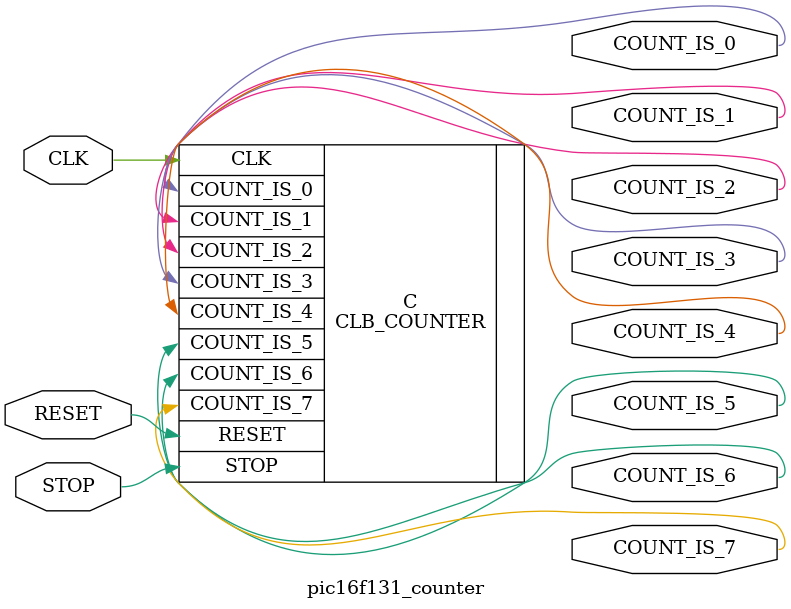
<source format=v>
module pic16f131_counter(CLK, STOP, RESET, COUNT_IS_0, COUNT_IS_1, COUNT_IS_2, COUNT_IS_3, COUNT_IS_4, COUNT_IS_5, COUNT_IS_6, COUNT_IS_7);
    input CLK, STOP, RESET;
    output COUNT_IS_0, COUNT_IS_1, COUNT_IS_2, COUNT_IS_3, COUNT_IS_4, COUNT_IS_5, COUNT_IS_6, COUNT_IS_7;



    CLB_COUNTER C(.CLK(CLK),
        .STOP(STOP),
        .RESET(RESET),
        .COUNT_IS_0(COUNT_IS_0),
        .COUNT_IS_1(COUNT_IS_1),
        .COUNT_IS_2(COUNT_IS_2),
        .COUNT_IS_3(COUNT_IS_3),
        .COUNT_IS_4(COUNT_IS_4),
        .COUNT_IS_5(COUNT_IS_5),
        .COUNT_IS_6(COUNT_IS_6),
        .COUNT_IS_7(COUNT_IS_7));

endmodule
</source>
